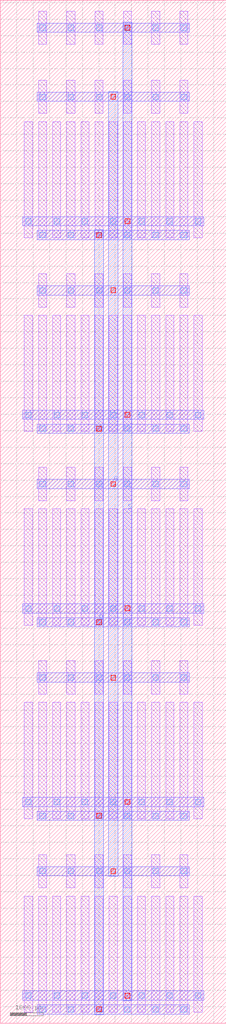
<source format=lef>
MACRO PMOS_S_89058261_X6_Y5
  UNITS 
    DATABASE MICRONS UNITS 1000;
  END UNITS 
  ORIGIN 0 0 ;
  FOREIGN PMOS_S_89058261_X6_Y5 0 0 ;
  SIZE 6880 BY 31080 ;
  PIN D
    DIRECTION INOUT ;
    USE SIGNAL ;
    PORT
      LAYER M3 ;
        RECT 2870 260 3150 24100 ;
    END
  END D
  PIN G
    DIRECTION INOUT ;
    USE SIGNAL ;
    PORT
      LAYER M3 ;
        RECT 3300 4460 3580 28300 ;
    END
  END G
  PIN S
    DIRECTION INOUT ;
    USE SIGNAL ;
    PORT
      LAYER M3 ;
        RECT 3730 680 4010 30400 ;
    END
  END S
  OBS
    LAYER M1 ;
      RECT 1165 335 1415 3865 ;
    LAYER M1 ;
      RECT 1165 4115 1415 5125 ;
    LAYER M1 ;
      RECT 1165 6215 1415 9745 ;
    LAYER M1 ;
      RECT 1165 9995 1415 11005 ;
    LAYER M1 ;
      RECT 1165 12095 1415 15625 ;
    LAYER M1 ;
      RECT 1165 15875 1415 16885 ;
    LAYER M1 ;
      RECT 1165 17975 1415 21505 ;
    LAYER M1 ;
      RECT 1165 21755 1415 22765 ;
    LAYER M1 ;
      RECT 1165 23855 1415 27385 ;
    LAYER M1 ;
      RECT 1165 27635 1415 28645 ;
    LAYER M1 ;
      RECT 1165 29735 1415 30745 ;
    LAYER M1 ;
      RECT 735 335 985 3865 ;
    LAYER M1 ;
      RECT 735 6215 985 9745 ;
    LAYER M1 ;
      RECT 735 12095 985 15625 ;
    LAYER M1 ;
      RECT 735 17975 985 21505 ;
    LAYER M1 ;
      RECT 735 23855 985 27385 ;
    LAYER M1 ;
      RECT 1595 335 1845 3865 ;
    LAYER M1 ;
      RECT 1595 6215 1845 9745 ;
    LAYER M1 ;
      RECT 1595 12095 1845 15625 ;
    LAYER M1 ;
      RECT 1595 17975 1845 21505 ;
    LAYER M1 ;
      RECT 1595 23855 1845 27385 ;
    LAYER M1 ;
      RECT 2025 335 2275 3865 ;
    LAYER M1 ;
      RECT 2025 4115 2275 5125 ;
    LAYER M1 ;
      RECT 2025 6215 2275 9745 ;
    LAYER M1 ;
      RECT 2025 9995 2275 11005 ;
    LAYER M1 ;
      RECT 2025 12095 2275 15625 ;
    LAYER M1 ;
      RECT 2025 15875 2275 16885 ;
    LAYER M1 ;
      RECT 2025 17975 2275 21505 ;
    LAYER M1 ;
      RECT 2025 21755 2275 22765 ;
    LAYER M1 ;
      RECT 2025 23855 2275 27385 ;
    LAYER M1 ;
      RECT 2025 27635 2275 28645 ;
    LAYER M1 ;
      RECT 2025 29735 2275 30745 ;
    LAYER M1 ;
      RECT 2455 335 2705 3865 ;
    LAYER M1 ;
      RECT 2455 6215 2705 9745 ;
    LAYER M1 ;
      RECT 2455 12095 2705 15625 ;
    LAYER M1 ;
      RECT 2455 17975 2705 21505 ;
    LAYER M1 ;
      RECT 2455 23855 2705 27385 ;
    LAYER M1 ;
      RECT 2885 335 3135 3865 ;
    LAYER M1 ;
      RECT 2885 4115 3135 5125 ;
    LAYER M1 ;
      RECT 2885 6215 3135 9745 ;
    LAYER M1 ;
      RECT 2885 9995 3135 11005 ;
    LAYER M1 ;
      RECT 2885 12095 3135 15625 ;
    LAYER M1 ;
      RECT 2885 15875 3135 16885 ;
    LAYER M1 ;
      RECT 2885 17975 3135 21505 ;
    LAYER M1 ;
      RECT 2885 21755 3135 22765 ;
    LAYER M1 ;
      RECT 2885 23855 3135 27385 ;
    LAYER M1 ;
      RECT 2885 27635 3135 28645 ;
    LAYER M1 ;
      RECT 2885 29735 3135 30745 ;
    LAYER M1 ;
      RECT 3315 335 3565 3865 ;
    LAYER M1 ;
      RECT 3315 6215 3565 9745 ;
    LAYER M1 ;
      RECT 3315 12095 3565 15625 ;
    LAYER M1 ;
      RECT 3315 17975 3565 21505 ;
    LAYER M1 ;
      RECT 3315 23855 3565 27385 ;
    LAYER M1 ;
      RECT 3745 335 3995 3865 ;
    LAYER M1 ;
      RECT 3745 4115 3995 5125 ;
    LAYER M1 ;
      RECT 3745 6215 3995 9745 ;
    LAYER M1 ;
      RECT 3745 9995 3995 11005 ;
    LAYER M1 ;
      RECT 3745 12095 3995 15625 ;
    LAYER M1 ;
      RECT 3745 15875 3995 16885 ;
    LAYER M1 ;
      RECT 3745 17975 3995 21505 ;
    LAYER M1 ;
      RECT 3745 21755 3995 22765 ;
    LAYER M1 ;
      RECT 3745 23855 3995 27385 ;
    LAYER M1 ;
      RECT 3745 27635 3995 28645 ;
    LAYER M1 ;
      RECT 3745 29735 3995 30745 ;
    LAYER M1 ;
      RECT 4175 335 4425 3865 ;
    LAYER M1 ;
      RECT 4175 6215 4425 9745 ;
    LAYER M1 ;
      RECT 4175 12095 4425 15625 ;
    LAYER M1 ;
      RECT 4175 17975 4425 21505 ;
    LAYER M1 ;
      RECT 4175 23855 4425 27385 ;
    LAYER M1 ;
      RECT 4605 335 4855 3865 ;
    LAYER M1 ;
      RECT 4605 4115 4855 5125 ;
    LAYER M1 ;
      RECT 4605 6215 4855 9745 ;
    LAYER M1 ;
      RECT 4605 9995 4855 11005 ;
    LAYER M1 ;
      RECT 4605 12095 4855 15625 ;
    LAYER M1 ;
      RECT 4605 15875 4855 16885 ;
    LAYER M1 ;
      RECT 4605 17975 4855 21505 ;
    LAYER M1 ;
      RECT 4605 21755 4855 22765 ;
    LAYER M1 ;
      RECT 4605 23855 4855 27385 ;
    LAYER M1 ;
      RECT 4605 27635 4855 28645 ;
    LAYER M1 ;
      RECT 4605 29735 4855 30745 ;
    LAYER M1 ;
      RECT 5035 335 5285 3865 ;
    LAYER M1 ;
      RECT 5035 6215 5285 9745 ;
    LAYER M1 ;
      RECT 5035 12095 5285 15625 ;
    LAYER M1 ;
      RECT 5035 17975 5285 21505 ;
    LAYER M1 ;
      RECT 5035 23855 5285 27385 ;
    LAYER M1 ;
      RECT 5465 335 5715 3865 ;
    LAYER M1 ;
      RECT 5465 4115 5715 5125 ;
    LAYER M1 ;
      RECT 5465 6215 5715 9745 ;
    LAYER M1 ;
      RECT 5465 9995 5715 11005 ;
    LAYER M1 ;
      RECT 5465 12095 5715 15625 ;
    LAYER M1 ;
      RECT 5465 15875 5715 16885 ;
    LAYER M1 ;
      RECT 5465 17975 5715 21505 ;
    LAYER M1 ;
      RECT 5465 21755 5715 22765 ;
    LAYER M1 ;
      RECT 5465 23855 5715 27385 ;
    LAYER M1 ;
      RECT 5465 27635 5715 28645 ;
    LAYER M1 ;
      RECT 5465 29735 5715 30745 ;
    LAYER M1 ;
      RECT 5895 335 6145 3865 ;
    LAYER M1 ;
      RECT 5895 6215 6145 9745 ;
    LAYER M1 ;
      RECT 5895 12095 6145 15625 ;
    LAYER M1 ;
      RECT 5895 17975 6145 21505 ;
    LAYER M1 ;
      RECT 5895 23855 6145 27385 ;
    LAYER M2 ;
      RECT 1120 280 5760 560 ;
    LAYER M2 ;
      RECT 1120 4480 5760 4760 ;
    LAYER M2 ;
      RECT 690 700 6190 980 ;
    LAYER M2 ;
      RECT 1120 6160 5760 6440 ;
    LAYER M2 ;
      RECT 1120 10360 5760 10640 ;
    LAYER M2 ;
      RECT 690 6580 6190 6860 ;
    LAYER M2 ;
      RECT 1120 12040 5760 12320 ;
    LAYER M2 ;
      RECT 1120 16240 5760 16520 ;
    LAYER M2 ;
      RECT 690 12460 6190 12740 ;
    LAYER M2 ;
      RECT 1120 17920 5760 18200 ;
    LAYER M2 ;
      RECT 1120 22120 5760 22400 ;
    LAYER M2 ;
      RECT 690 18340 6190 18620 ;
    LAYER M2 ;
      RECT 1120 23800 5760 24080 ;
    LAYER M2 ;
      RECT 1120 28000 5760 28280 ;
    LAYER M2 ;
      RECT 1120 30100 5760 30380 ;
    LAYER M2 ;
      RECT 690 24220 6190 24500 ;
    LAYER V1 ;
      RECT 1205 335 1375 505 ;
    LAYER V1 ;
      RECT 1205 4535 1375 4705 ;
    LAYER V1 ;
      RECT 1205 6215 1375 6385 ;
    LAYER V1 ;
      RECT 1205 10415 1375 10585 ;
    LAYER V1 ;
      RECT 1205 12095 1375 12265 ;
    LAYER V1 ;
      RECT 1205 16295 1375 16465 ;
    LAYER V1 ;
      RECT 1205 17975 1375 18145 ;
    LAYER V1 ;
      RECT 1205 22175 1375 22345 ;
    LAYER V1 ;
      RECT 1205 23855 1375 24025 ;
    LAYER V1 ;
      RECT 1205 28055 1375 28225 ;
    LAYER V1 ;
      RECT 1205 30155 1375 30325 ;
    LAYER V1 ;
      RECT 2065 335 2235 505 ;
    LAYER V1 ;
      RECT 2065 4535 2235 4705 ;
    LAYER V1 ;
      RECT 2065 6215 2235 6385 ;
    LAYER V1 ;
      RECT 2065 10415 2235 10585 ;
    LAYER V1 ;
      RECT 2065 12095 2235 12265 ;
    LAYER V1 ;
      RECT 2065 16295 2235 16465 ;
    LAYER V1 ;
      RECT 2065 17975 2235 18145 ;
    LAYER V1 ;
      RECT 2065 22175 2235 22345 ;
    LAYER V1 ;
      RECT 2065 23855 2235 24025 ;
    LAYER V1 ;
      RECT 2065 28055 2235 28225 ;
    LAYER V1 ;
      RECT 2065 30155 2235 30325 ;
    LAYER V1 ;
      RECT 2925 335 3095 505 ;
    LAYER V1 ;
      RECT 2925 4535 3095 4705 ;
    LAYER V1 ;
      RECT 2925 6215 3095 6385 ;
    LAYER V1 ;
      RECT 2925 10415 3095 10585 ;
    LAYER V1 ;
      RECT 2925 12095 3095 12265 ;
    LAYER V1 ;
      RECT 2925 16295 3095 16465 ;
    LAYER V1 ;
      RECT 2925 17975 3095 18145 ;
    LAYER V1 ;
      RECT 2925 22175 3095 22345 ;
    LAYER V1 ;
      RECT 2925 23855 3095 24025 ;
    LAYER V1 ;
      RECT 2925 28055 3095 28225 ;
    LAYER V1 ;
      RECT 2925 30155 3095 30325 ;
    LAYER V1 ;
      RECT 3785 335 3955 505 ;
    LAYER V1 ;
      RECT 3785 4535 3955 4705 ;
    LAYER V1 ;
      RECT 3785 6215 3955 6385 ;
    LAYER V1 ;
      RECT 3785 10415 3955 10585 ;
    LAYER V1 ;
      RECT 3785 12095 3955 12265 ;
    LAYER V1 ;
      RECT 3785 16295 3955 16465 ;
    LAYER V1 ;
      RECT 3785 17975 3955 18145 ;
    LAYER V1 ;
      RECT 3785 22175 3955 22345 ;
    LAYER V1 ;
      RECT 3785 23855 3955 24025 ;
    LAYER V1 ;
      RECT 3785 28055 3955 28225 ;
    LAYER V1 ;
      RECT 3785 30155 3955 30325 ;
    LAYER V1 ;
      RECT 4645 335 4815 505 ;
    LAYER V1 ;
      RECT 4645 4535 4815 4705 ;
    LAYER V1 ;
      RECT 4645 6215 4815 6385 ;
    LAYER V1 ;
      RECT 4645 10415 4815 10585 ;
    LAYER V1 ;
      RECT 4645 12095 4815 12265 ;
    LAYER V1 ;
      RECT 4645 16295 4815 16465 ;
    LAYER V1 ;
      RECT 4645 17975 4815 18145 ;
    LAYER V1 ;
      RECT 4645 22175 4815 22345 ;
    LAYER V1 ;
      RECT 4645 23855 4815 24025 ;
    LAYER V1 ;
      RECT 4645 28055 4815 28225 ;
    LAYER V1 ;
      RECT 4645 30155 4815 30325 ;
    LAYER V1 ;
      RECT 5505 335 5675 505 ;
    LAYER V1 ;
      RECT 5505 4535 5675 4705 ;
    LAYER V1 ;
      RECT 5505 6215 5675 6385 ;
    LAYER V1 ;
      RECT 5505 10415 5675 10585 ;
    LAYER V1 ;
      RECT 5505 12095 5675 12265 ;
    LAYER V1 ;
      RECT 5505 16295 5675 16465 ;
    LAYER V1 ;
      RECT 5505 17975 5675 18145 ;
    LAYER V1 ;
      RECT 5505 22175 5675 22345 ;
    LAYER V1 ;
      RECT 5505 23855 5675 24025 ;
    LAYER V1 ;
      RECT 5505 28055 5675 28225 ;
    LAYER V1 ;
      RECT 5505 30155 5675 30325 ;
    LAYER V1 ;
      RECT 775 755 945 925 ;
    LAYER V1 ;
      RECT 775 6635 945 6805 ;
    LAYER V1 ;
      RECT 775 12515 945 12685 ;
    LAYER V1 ;
      RECT 775 18395 945 18565 ;
    LAYER V1 ;
      RECT 775 24275 945 24445 ;
    LAYER V1 ;
      RECT 1635 755 1805 925 ;
    LAYER V1 ;
      RECT 1635 6635 1805 6805 ;
    LAYER V1 ;
      RECT 1635 12515 1805 12685 ;
    LAYER V1 ;
      RECT 1635 18395 1805 18565 ;
    LAYER V1 ;
      RECT 1635 24275 1805 24445 ;
    LAYER V1 ;
      RECT 2495 755 2665 925 ;
    LAYER V1 ;
      RECT 2495 6635 2665 6805 ;
    LAYER V1 ;
      RECT 2495 12515 2665 12685 ;
    LAYER V1 ;
      RECT 2495 18395 2665 18565 ;
    LAYER V1 ;
      RECT 2495 24275 2665 24445 ;
    LAYER V1 ;
      RECT 3355 755 3525 925 ;
    LAYER V1 ;
      RECT 3355 6635 3525 6805 ;
    LAYER V1 ;
      RECT 3355 12515 3525 12685 ;
    LAYER V1 ;
      RECT 3355 18395 3525 18565 ;
    LAYER V1 ;
      RECT 3355 24275 3525 24445 ;
    LAYER V1 ;
      RECT 4215 755 4385 925 ;
    LAYER V1 ;
      RECT 4215 6635 4385 6805 ;
    LAYER V1 ;
      RECT 4215 12515 4385 12685 ;
    LAYER V1 ;
      RECT 4215 18395 4385 18565 ;
    LAYER V1 ;
      RECT 4215 24275 4385 24445 ;
    LAYER V1 ;
      RECT 5075 755 5245 925 ;
    LAYER V1 ;
      RECT 5075 6635 5245 6805 ;
    LAYER V1 ;
      RECT 5075 12515 5245 12685 ;
    LAYER V1 ;
      RECT 5075 18395 5245 18565 ;
    LAYER V1 ;
      RECT 5075 24275 5245 24445 ;
    LAYER V1 ;
      RECT 5935 755 6105 925 ;
    LAYER V1 ;
      RECT 5935 6635 6105 6805 ;
    LAYER V1 ;
      RECT 5935 12515 6105 12685 ;
    LAYER V1 ;
      RECT 5935 18395 6105 18565 ;
    LAYER V1 ;
      RECT 5935 24275 6105 24445 ;
    LAYER V2 ;
      RECT 2935 345 3085 495 ;
    LAYER V2 ;
      RECT 2935 6225 3085 6375 ;
    LAYER V2 ;
      RECT 2935 12105 3085 12255 ;
    LAYER V2 ;
      RECT 2935 17985 3085 18135 ;
    LAYER V2 ;
      RECT 2935 23865 3085 24015 ;
    LAYER V2 ;
      RECT 3365 4545 3515 4695 ;
    LAYER V2 ;
      RECT 3365 10425 3515 10575 ;
    LAYER V2 ;
      RECT 3365 16305 3515 16455 ;
    LAYER V2 ;
      RECT 3365 22185 3515 22335 ;
    LAYER V2 ;
      RECT 3365 28065 3515 28215 ;
    LAYER V2 ;
      RECT 3795 765 3945 915 ;
    LAYER V2 ;
      RECT 3795 6645 3945 6795 ;
    LAYER V2 ;
      RECT 3795 12525 3945 12675 ;
    LAYER V2 ;
      RECT 3795 18405 3945 18555 ;
    LAYER V2 ;
      RECT 3795 24285 3945 24435 ;
    LAYER V2 ;
      RECT 3795 30165 3945 30315 ;
  END
END PMOS_S_89058261_X6_Y5

</source>
